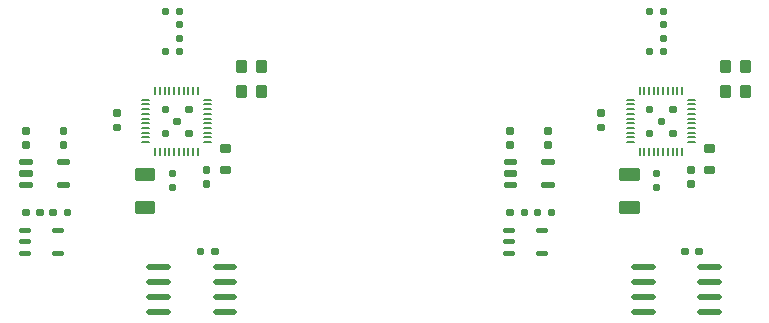
<source format=gtp>
G75*
%MOIN*%
%OFA0B0*%
%FSLAX25Y25*%
%IPPOS*%
%LPD*%
%AMOC8*
5,1,8,0,0,1.08239X$1,22.5*
%
%ADD10C,0.01575*%
%ADD11C,0.00787*%
%ADD12R,0.05118X0.02756*%
%ADD13R,0.01181X0.01181*%
%ADD14C,0.01969*%
%ADD15R,0.03543X0.01181*%
%ADD16R,0.02756X0.03543*%
D10*
X0081739Y0172909D02*
X0084102Y0172909D01*
X0084102Y0176650D02*
X0081739Y0176650D01*
X0081739Y0180390D02*
X0084102Y0180390D01*
X0083708Y0186098D02*
X0082921Y0186098D01*
X0082921Y0186886D01*
X0083708Y0186886D01*
X0083708Y0186098D01*
X0087645Y0186098D02*
X0087645Y0186886D01*
X0088432Y0186886D01*
X0088432Y0186098D01*
X0087645Y0186098D01*
X0091976Y0186098D02*
X0091976Y0186886D01*
X0092763Y0186886D01*
X0092763Y0186098D01*
X0091976Y0186098D01*
X0096700Y0186098D02*
X0096700Y0186886D01*
X0097487Y0186886D01*
X0097487Y0186098D01*
X0096700Y0186098D01*
X0095125Y0180390D02*
X0092763Y0180390D01*
X0092763Y0172909D02*
X0095125Y0172909D01*
X0120519Y0186689D02*
X0125637Y0186689D01*
X0125637Y0189445D01*
X0120519Y0189445D01*
X0120519Y0186689D01*
X0131739Y0194366D02*
X0131739Y0195154D01*
X0132527Y0195154D01*
X0132527Y0194366D01*
X0131739Y0194366D01*
X0125637Y0197713D02*
X0120519Y0197713D01*
X0120519Y0200469D01*
X0125637Y0200469D01*
X0125637Y0197713D01*
X0131739Y0199091D02*
X0131739Y0199878D01*
X0132527Y0199878D01*
X0132527Y0199091D01*
X0131739Y0199091D01*
X0143157Y0200272D02*
X0143157Y0201059D01*
X0143944Y0201059D01*
X0143944Y0200272D01*
X0143157Y0200272D01*
X0143157Y0196335D02*
X0143944Y0196335D01*
X0143944Y0195547D01*
X0143157Y0195547D01*
X0143157Y0196335D01*
X0148865Y0200075D02*
X0150834Y0200075D01*
X0150834Y0201256D01*
X0148865Y0201256D01*
X0148865Y0200075D01*
X0148865Y0207161D02*
X0150834Y0207161D01*
X0150834Y0208343D01*
X0148865Y0208343D01*
X0148865Y0207161D01*
X0138039Y0212476D02*
X0137251Y0212476D01*
X0137251Y0213264D01*
X0138039Y0213264D01*
X0138039Y0212476D01*
X0134102Y0216413D02*
X0133314Y0216413D01*
X0133314Y0217201D01*
X0134102Y0217201D01*
X0134102Y0216413D01*
X0130165Y0213264D02*
X0130165Y0212476D01*
X0129377Y0212476D01*
X0129377Y0213264D01*
X0130165Y0213264D01*
X0130165Y0220350D02*
X0129377Y0220350D01*
X0129377Y0221138D01*
X0130165Y0221138D01*
X0130165Y0220350D01*
X0137251Y0220350D02*
X0137251Y0221138D01*
X0138039Y0221138D01*
X0138039Y0220350D01*
X0137251Y0220350D01*
X0154180Y0225469D02*
X0156149Y0225469D01*
X0156149Y0228224D01*
X0154180Y0228224D01*
X0154180Y0225469D01*
X0160873Y0225469D02*
X0162842Y0225469D01*
X0162842Y0228224D01*
X0160873Y0228224D01*
X0160873Y0225469D01*
X0160873Y0233736D02*
X0162842Y0233736D01*
X0162842Y0236492D01*
X0160873Y0236492D01*
X0160873Y0233736D01*
X0156149Y0233736D02*
X0156149Y0236492D01*
X0154180Y0236492D01*
X0154180Y0233736D01*
X0156149Y0233736D01*
X0134889Y0239642D02*
X0134889Y0240429D01*
X0134102Y0240429D01*
X0134102Y0239642D01*
X0134889Y0239642D01*
X0134889Y0243972D02*
X0134102Y0243972D01*
X0134102Y0244760D01*
X0134889Y0244760D01*
X0134889Y0243972D01*
X0134889Y0248697D02*
X0134102Y0248697D01*
X0134102Y0249484D01*
X0134889Y0249484D01*
X0134889Y0248697D01*
X0134889Y0253028D02*
X0134889Y0253815D01*
X0134102Y0253815D01*
X0134102Y0253028D01*
X0134889Y0253028D01*
X0130165Y0253028D02*
X0130165Y0253815D01*
X0129377Y0253815D01*
X0129377Y0253028D01*
X0130165Y0253028D01*
X0130165Y0240429D02*
X0130165Y0239642D01*
X0129377Y0239642D01*
X0129377Y0240429D01*
X0130165Y0240429D01*
X0114023Y0219957D02*
X0113236Y0219957D01*
X0113236Y0219169D01*
X0114023Y0219169D01*
X0114023Y0219957D01*
X0114023Y0215232D02*
X0113236Y0215232D01*
X0113236Y0214445D01*
X0114023Y0214445D01*
X0114023Y0215232D01*
X0097291Y0203421D02*
X0094535Y0203421D01*
X0094535Y0203028D01*
X0097291Y0203028D01*
X0097291Y0203421D01*
X0096306Y0208539D02*
X0095519Y0208539D01*
X0095519Y0209327D01*
X0096306Y0209327D01*
X0096306Y0208539D01*
X0096306Y0213264D02*
X0095519Y0213264D01*
X0095519Y0214051D01*
X0096306Y0214051D01*
X0096306Y0213264D01*
X0083708Y0213264D02*
X0082921Y0213264D01*
X0082921Y0214051D01*
X0083708Y0214051D01*
X0083708Y0213264D01*
X0083708Y0209327D02*
X0083708Y0208539D01*
X0082921Y0208539D01*
X0082921Y0209327D01*
X0083708Y0209327D01*
X0084692Y0203421D02*
X0081936Y0203421D01*
X0081936Y0203028D01*
X0084692Y0203028D01*
X0084692Y0203421D01*
X0084692Y0199681D02*
X0081936Y0199681D01*
X0081936Y0199287D01*
X0084692Y0199287D01*
X0084692Y0199681D01*
X0084692Y0195941D02*
X0081936Y0195941D01*
X0081936Y0195547D01*
X0084692Y0195547D01*
X0084692Y0195941D01*
X0094535Y0195941D02*
X0097291Y0195941D01*
X0097291Y0195547D01*
X0094535Y0195547D01*
X0094535Y0195941D01*
X0141188Y0173894D02*
X0141188Y0173106D01*
X0141976Y0173106D01*
X0141976Y0173894D01*
X0141188Y0173894D01*
X0145913Y0173894D02*
X0145913Y0173106D01*
X0146700Y0173106D01*
X0146700Y0173894D01*
X0145913Y0173894D01*
X0243157Y0172909D02*
X0245519Y0172909D01*
X0245519Y0176650D02*
X0243157Y0176650D01*
X0243157Y0180390D02*
X0245519Y0180390D01*
X0245125Y0186098D02*
X0244338Y0186098D01*
X0244338Y0186886D01*
X0245125Y0186886D01*
X0245125Y0186098D01*
X0249062Y0186098D02*
X0249062Y0186886D01*
X0249850Y0186886D01*
X0249850Y0186098D01*
X0249062Y0186098D01*
X0253393Y0186098D02*
X0253393Y0186886D01*
X0254180Y0186886D01*
X0254180Y0186098D01*
X0253393Y0186098D01*
X0258117Y0186098D02*
X0258117Y0186886D01*
X0258905Y0186886D01*
X0258905Y0186098D01*
X0258117Y0186098D01*
X0256543Y0180390D02*
X0254180Y0180390D01*
X0254180Y0172909D02*
X0256543Y0172909D01*
X0281936Y0186689D02*
X0281936Y0189445D01*
X0287054Y0189445D01*
X0287054Y0186689D01*
X0281936Y0186689D01*
X0281936Y0197713D02*
X0287054Y0197713D01*
X0287054Y0200469D01*
X0281936Y0200469D01*
X0281936Y0197713D01*
X0293157Y0199091D02*
X0293157Y0199878D01*
X0293944Y0199878D01*
X0293944Y0199091D01*
X0293157Y0199091D01*
X0293157Y0195154D02*
X0293944Y0195154D01*
X0293944Y0194366D01*
X0293157Y0194366D01*
X0293157Y0195154D01*
X0304574Y0195547D02*
X0304574Y0196335D01*
X0305361Y0196335D01*
X0305361Y0195547D01*
X0304574Y0195547D01*
X0304574Y0200272D02*
X0304574Y0201059D01*
X0305361Y0201059D01*
X0305361Y0200272D01*
X0304574Y0200272D01*
X0310283Y0200075D02*
X0312251Y0200075D01*
X0312251Y0201256D01*
X0310283Y0201256D01*
X0310283Y0200075D01*
X0310283Y0207161D02*
X0312251Y0207161D01*
X0312251Y0208343D01*
X0310283Y0208343D01*
X0310283Y0207161D01*
X0299456Y0212476D02*
X0298669Y0212476D01*
X0298669Y0213264D01*
X0299456Y0213264D01*
X0299456Y0212476D01*
X0295519Y0216413D02*
X0294732Y0216413D01*
X0294732Y0217201D01*
X0295519Y0217201D01*
X0295519Y0216413D01*
X0291582Y0213264D02*
X0290795Y0213264D01*
X0290795Y0212476D01*
X0291582Y0212476D01*
X0291582Y0213264D01*
X0291582Y0220350D02*
X0290795Y0220350D01*
X0290795Y0221138D01*
X0291582Y0221138D01*
X0291582Y0220350D01*
X0298669Y0220350D02*
X0298669Y0221138D01*
X0299456Y0221138D01*
X0299456Y0220350D01*
X0298669Y0220350D01*
X0315598Y0225469D02*
X0317566Y0225469D01*
X0317566Y0228224D01*
X0315598Y0228224D01*
X0315598Y0225469D01*
X0322291Y0225469D02*
X0324259Y0225469D01*
X0324259Y0228224D01*
X0322291Y0228224D01*
X0322291Y0225469D01*
X0322291Y0233736D02*
X0324259Y0233736D01*
X0324259Y0236492D01*
X0322291Y0236492D01*
X0322291Y0233736D01*
X0317566Y0233736D02*
X0315598Y0233736D01*
X0315598Y0236492D01*
X0317566Y0236492D01*
X0317566Y0233736D01*
X0296306Y0239642D02*
X0296306Y0240429D01*
X0295519Y0240429D01*
X0295519Y0239642D01*
X0296306Y0239642D01*
X0296306Y0243972D02*
X0295519Y0243972D01*
X0295519Y0244760D01*
X0296306Y0244760D01*
X0296306Y0243972D01*
X0296306Y0248697D02*
X0295519Y0248697D01*
X0295519Y0249484D01*
X0296306Y0249484D01*
X0296306Y0248697D01*
X0296306Y0253028D02*
X0295519Y0253028D01*
X0295519Y0253815D01*
X0296306Y0253815D01*
X0296306Y0253028D01*
X0291582Y0253028D02*
X0291582Y0253815D01*
X0290795Y0253815D01*
X0290795Y0253028D01*
X0291582Y0253028D01*
X0291582Y0240429D02*
X0290795Y0240429D01*
X0290795Y0239642D01*
X0291582Y0239642D01*
X0291582Y0240429D01*
X0275440Y0219957D02*
X0274653Y0219957D01*
X0274653Y0219169D01*
X0275440Y0219169D01*
X0275440Y0219957D01*
X0275440Y0215232D02*
X0274653Y0215232D01*
X0274653Y0214445D01*
X0275440Y0214445D01*
X0275440Y0215232D01*
X0257724Y0214051D02*
X0257724Y0213264D01*
X0256936Y0213264D01*
X0256936Y0214051D01*
X0257724Y0214051D01*
X0257724Y0209327D02*
X0257724Y0208539D01*
X0256936Y0208539D01*
X0256936Y0209327D01*
X0257724Y0209327D01*
X0258708Y0203421D02*
X0255952Y0203421D01*
X0255952Y0203028D01*
X0258708Y0203028D01*
X0258708Y0203421D01*
X0258708Y0195941D02*
X0255952Y0195941D01*
X0255952Y0195547D01*
X0258708Y0195547D01*
X0258708Y0195941D01*
X0246110Y0195941D02*
X0243354Y0195941D01*
X0243354Y0195547D01*
X0246110Y0195547D01*
X0246110Y0195941D01*
X0246110Y0199287D02*
X0243354Y0199287D01*
X0243354Y0199681D01*
X0246110Y0199681D01*
X0246110Y0199287D01*
X0246110Y0203028D02*
X0243354Y0203028D01*
X0243354Y0203421D01*
X0246110Y0203421D01*
X0246110Y0203028D01*
X0245125Y0208539D02*
X0244338Y0208539D01*
X0244338Y0209327D01*
X0245125Y0209327D01*
X0245125Y0208539D01*
X0245125Y0213264D02*
X0244338Y0213264D01*
X0244338Y0214051D01*
X0245125Y0214051D01*
X0245125Y0213264D01*
X0302606Y0173894D02*
X0302606Y0173106D01*
X0303393Y0173106D01*
X0303393Y0173894D01*
X0302606Y0173894D01*
X0307330Y0173894D02*
X0307330Y0173106D01*
X0308117Y0173106D01*
X0308117Y0173894D01*
X0307330Y0173894D01*
D11*
X0302212Y0205390D02*
X0302212Y0207752D01*
X0300637Y0207752D02*
X0300637Y0205390D01*
X0299062Y0205390D02*
X0299062Y0207752D01*
X0297487Y0207752D02*
X0297487Y0205390D01*
X0295913Y0205390D02*
X0295913Y0207752D01*
X0294338Y0207752D02*
X0294338Y0205390D01*
X0292763Y0205390D02*
X0292763Y0207752D01*
X0291188Y0207752D02*
X0291188Y0205390D01*
X0289613Y0205390D02*
X0289613Y0207752D01*
X0288039Y0207752D02*
X0288039Y0205390D01*
X0286070Y0209720D02*
X0283708Y0209720D01*
X0283708Y0211295D02*
X0286070Y0211295D01*
X0286070Y0212870D02*
X0283708Y0212870D01*
X0283708Y0214445D02*
X0286070Y0214445D01*
X0286070Y0216020D02*
X0283708Y0216020D01*
X0283708Y0217594D02*
X0286070Y0217594D01*
X0286070Y0219169D02*
X0283708Y0219169D01*
X0283708Y0220744D02*
X0286070Y0220744D01*
X0286070Y0222319D02*
X0283708Y0222319D01*
X0283708Y0223894D02*
X0286070Y0223894D01*
X0288039Y0225862D02*
X0288039Y0228224D01*
X0289613Y0228224D02*
X0289613Y0225862D01*
X0291188Y0225862D02*
X0291188Y0228224D01*
X0292763Y0228224D02*
X0292763Y0225862D01*
X0294338Y0225862D02*
X0294338Y0228224D01*
X0295913Y0228224D02*
X0295913Y0225862D01*
X0297487Y0225862D02*
X0297487Y0228224D01*
X0299062Y0228224D02*
X0299062Y0225862D01*
X0300637Y0225862D02*
X0300637Y0228224D01*
X0302212Y0228224D02*
X0302212Y0225862D01*
X0304180Y0223894D02*
X0306543Y0223894D01*
X0306543Y0222319D02*
X0304180Y0222319D01*
X0304180Y0220744D02*
X0306543Y0220744D01*
X0306543Y0219169D02*
X0304180Y0219169D01*
X0304180Y0217594D02*
X0306543Y0217594D01*
X0306543Y0216020D02*
X0304180Y0216020D01*
X0304180Y0214445D02*
X0306543Y0214445D01*
X0306543Y0212870D02*
X0304180Y0212870D01*
X0304180Y0211295D02*
X0306543Y0211295D01*
X0306543Y0209720D02*
X0304180Y0209720D01*
X0145125Y0209720D02*
X0142763Y0209720D01*
X0142763Y0211295D02*
X0145125Y0211295D01*
X0145125Y0212870D02*
X0142763Y0212870D01*
X0142763Y0214445D02*
X0145125Y0214445D01*
X0145125Y0216020D02*
X0142763Y0216020D01*
X0142763Y0217594D02*
X0145125Y0217594D01*
X0145125Y0219169D02*
X0142763Y0219169D01*
X0142763Y0220744D02*
X0145125Y0220744D01*
X0145125Y0222319D02*
X0142763Y0222319D01*
X0142763Y0223894D02*
X0145125Y0223894D01*
X0140795Y0225862D02*
X0140795Y0228224D01*
X0139220Y0228224D02*
X0139220Y0225862D01*
X0137645Y0225862D02*
X0137645Y0228224D01*
X0136070Y0228224D02*
X0136070Y0225862D01*
X0134495Y0225862D02*
X0134495Y0228224D01*
X0132921Y0228224D02*
X0132921Y0225862D01*
X0131346Y0225862D02*
X0131346Y0228224D01*
X0129771Y0228224D02*
X0129771Y0225862D01*
X0128196Y0225862D02*
X0128196Y0228224D01*
X0126621Y0228224D02*
X0126621Y0225862D01*
X0124653Y0223894D02*
X0122291Y0223894D01*
X0122291Y0222319D02*
X0124653Y0222319D01*
X0124653Y0220744D02*
X0122291Y0220744D01*
X0122291Y0219169D02*
X0124653Y0219169D01*
X0124653Y0217594D02*
X0122291Y0217594D01*
X0122291Y0216020D02*
X0124653Y0216020D01*
X0124653Y0214445D02*
X0122291Y0214445D01*
X0122291Y0212870D02*
X0124653Y0212870D01*
X0124653Y0211295D02*
X0122291Y0211295D01*
X0122291Y0209720D02*
X0124653Y0209720D01*
X0126621Y0207752D02*
X0126621Y0205390D01*
X0128196Y0205390D02*
X0128196Y0207752D01*
X0129771Y0207752D02*
X0129771Y0205390D01*
X0131346Y0205390D02*
X0131346Y0207752D01*
X0132921Y0207752D02*
X0132921Y0205390D01*
X0134495Y0205390D02*
X0134495Y0207752D01*
X0136070Y0207752D02*
X0136070Y0205390D01*
X0137645Y0205390D02*
X0137645Y0207752D01*
X0139220Y0207752D02*
X0139220Y0205390D01*
X0140795Y0205390D02*
X0140795Y0207752D01*
D12*
X0123078Y0199091D03*
X0123078Y0188067D03*
X0284495Y0188067D03*
X0284495Y0199091D03*
D13*
X0293550Y0199484D03*
X0293550Y0194760D03*
X0304968Y0195941D03*
X0304968Y0200665D03*
X0275047Y0214839D03*
X0275047Y0219563D03*
X0257330Y0213657D03*
X0257330Y0208933D03*
X0244732Y0208933D03*
X0244732Y0213657D03*
X0244732Y0186492D03*
X0249456Y0186492D03*
X0253787Y0186492D03*
X0258511Y0186492D03*
X0302999Y0173500D03*
X0307724Y0173500D03*
X0295913Y0240035D03*
X0295913Y0244366D03*
X0295913Y0249091D03*
X0295913Y0253421D03*
X0291188Y0253421D03*
X0291188Y0240035D03*
X0146306Y0173500D03*
X0141582Y0173500D03*
X0132133Y0194760D03*
X0132133Y0199484D03*
X0143550Y0200665D03*
X0143550Y0195941D03*
X0113629Y0214839D03*
X0113629Y0219563D03*
X0095913Y0213657D03*
X0095913Y0208933D03*
X0083314Y0208933D03*
X0083314Y0213657D03*
X0083314Y0186492D03*
X0088039Y0186492D03*
X0092369Y0186492D03*
X0097094Y0186492D03*
X0129771Y0240035D03*
X0134495Y0240035D03*
X0134495Y0244366D03*
X0134495Y0249091D03*
X0134495Y0253421D03*
X0129771Y0253421D03*
D14*
X0130952Y0153008D02*
X0124653Y0153008D01*
X0124653Y0158008D02*
X0130952Y0158008D01*
X0130952Y0163008D02*
X0124653Y0163008D01*
X0124653Y0168008D02*
X0130952Y0168008D01*
X0146700Y0168008D02*
X0152999Y0168008D01*
X0152999Y0163008D02*
X0146700Y0163008D01*
X0146700Y0158008D02*
X0152999Y0158008D01*
X0152999Y0153008D02*
X0146700Y0153008D01*
X0286070Y0153008D02*
X0292369Y0153008D01*
X0292369Y0158008D02*
X0286070Y0158008D01*
X0286070Y0163008D02*
X0292369Y0163008D01*
X0292369Y0168008D02*
X0286070Y0168008D01*
X0308117Y0168008D02*
X0314417Y0168008D01*
X0314417Y0163008D02*
X0308117Y0163008D01*
X0308117Y0158008D02*
X0314417Y0158008D01*
X0314417Y0153008D02*
X0308117Y0153008D01*
D15*
X0257330Y0195744D03*
X0257330Y0203224D03*
X0244732Y0203224D03*
X0244732Y0199484D03*
X0244732Y0195744D03*
X0095913Y0195744D03*
X0095913Y0203224D03*
X0083314Y0203224D03*
X0083314Y0199484D03*
X0083314Y0195744D03*
D16*
X0155165Y0226846D03*
X0161858Y0226846D03*
X0161858Y0235114D03*
X0155165Y0235114D03*
X0316582Y0235114D03*
X0323275Y0235114D03*
X0323275Y0226846D03*
X0316582Y0226846D03*
M02*

</source>
